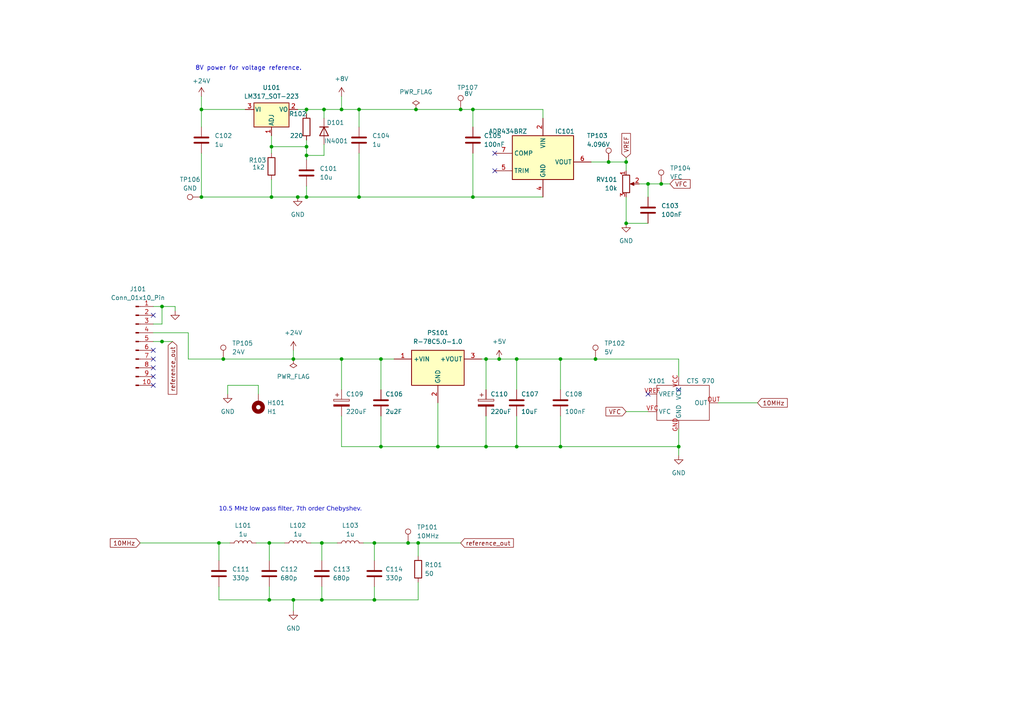
<source format=kicad_sch>
(kicad_sch (version 20230121) (generator eeschema)
  (paper "A4")
  (title_block (title "10MHz reference board for Philips counter PM6674") (company "Statsøkonomen"))
  (lib_symbols
    (symbol "Connector:Conn_01x10_Pin" (pin_names (offset 1.016) hide)
      (property "Reference" "J" (at 0 12.7 0))
      (property "Value" "Conn_01x10_Pin" (at 0 -15.24 0))
      (symbol "Conn_01x10_Pin_1_1"
        (polyline (pts (xy 1.27 -12.7) (xy 0.8636 -12.7)) (stroke (width 0.1524)))
        (polyline (pts (xy 1.27 -10.16) (xy 0.8636 -10.16)) (stroke (width 0.1524)))
        (polyline (pts (xy 1.27 -7.62) (xy 0.8636 -7.62)) (stroke (width 0.1524)))
        (polyline (pts (xy 1.27 -5.08) (xy 0.8636 -5.08)) (stroke (width 0.1524)))
        (polyline (pts (xy 1.27 -2.54) (xy 0.8636 -2.54)) (stroke (width 0.1524)))
        (polyline (pts (xy 1.27 0) (xy 0.8636 0)) (stroke (width 0.1524)))
        (polyline (pts (xy 1.27 2.54) (xy 0.8636 2.54)) (stroke (width 0.1524)))
        (polyline (pts (xy 1.27 5.08) (xy 0.8636 5.08)) (stroke (width 0.1524)))
        (polyline (pts (xy 1.27 7.62) (xy 0.8636 7.62)) (stroke (width 0.1524)))
        (polyline (pts (xy 1.27 10.16) (xy 0.8636 10.16)) (stroke (width 0.1524)))
        (rectangle (start 0.8636 -12.573) (end 0 -12.827) (stroke (width 0.1524)) (fill (type outline)))
        (rectangle (start 0.8636 -10.033) (end 0 -10.287) (stroke (width 0.1524)) (fill (type outline)))
        (rectangle (start 0.8636 -7.493) (end 0 -7.747) (stroke (width 0.1524)) (fill (type outline)))
        (rectangle (start 0.8636 -4.953) (end 0 -5.207) (stroke (width 0.1524)) (fill (type outline)))
        (rectangle (start 0.8636 -2.413) (end 0 -2.667) (stroke (width 0.1524)) (fill (type outline)))
        (rectangle (start 0.8636 0.127) (end 0 -0.127) (stroke (width 0.1524)) (fill (type outline)))
        (rectangle (start 0.8636 2.667) (end 0 2.413) (stroke (width 0.1524)) (fill (type outline)))
        (rectangle (start 0.8636 5.207) (end 0 4.953) (stroke (width 0.1524)) (fill (type outline)))
        (rectangle (start 0.8636 7.747) (end 0 7.493) (stroke (width 0.1524)) (fill (type outline)))
        (rectangle (start 0.8636 10.287) (end 0 10.033) (stroke (width 0.1524)) (fill (type outline)))
        (pin passive line (at 5.08 10.16 180) (length 3.81) (name "Pin_1") (number "1"))
        (pin passive line (at 5.08 -12.7 180) (length 3.81) (name "Pin_10") (number "10"))
        (pin passive line (at 5.08 7.62 180) (length 3.81) (name "Pin_2") (number "2"))
        (pin passive line (at 5.08 5.08 180) (length 3.81) (name "Pin_3") (number "3"))
        (pin passive line (at 5.08 2.54 180) (length 3.81) (name "Pin_4") (number "4"))
        (pin passive line (at 5.08 0 180) (length 3.81) (name "Pin_5") (number "5"))
        (pin passive line (at 5.08 -2.54 180) (length 3.81) (name "Pin_6") (number "6"))
        (pin passive line (at 5.08 -5.08 180) (length 3.81) (name "Pin_7") (number "7"))
        (pin passive line (at 5.08 -7.62 180) (length 3.81) (name "Pin_8") (number "8"))
        (pin passive line (at 5.08 -10.16 180) (length 3.81) (name "Pin_9") (number "9"))
      )
    )
    (symbol "Connector:TestPoint" (pin_numbers hide) (pin_names (offset 0.762) hide)
      (property "Reference" "TP" (at 0 6.858 0))
      (property "Value" "TestPoint" (at 0 5.08 0))
      (symbol "TestPoint_0_1"
        (circle (center 0 3.302) (radius 0.762))
      )
      (symbol "TestPoint_1_1"
        (pin passive line (at 0 0 90) (length 2.54) (name "1") (number "1"))
      )
    )
    (symbol "Device:C" (pin_numbers hide) (pin_names (offset 0.254))
      (property "Reference" "C" (at 0.635 2.54 0))
      (property "Value" "C" (at 0.635 -2.54 0))
      (symbol "C_0_1"
        (polyline (pts (xy -2.032 -0.762) (xy 2.032 -0.762)) (stroke (width 0.508)))
        (polyline (pts (xy -2.032 0.762) (xy 2.032 0.762)) (stroke (width 0.508)))
      )
      (symbol "C_1_1"
        (pin passive line (at 0 3.81 270) (length 2.794) (name "~") (number "1"))
        (pin passive line (at 0 -3.81 90) (length 2.794) (name "~") (number "2"))
      )
    )
    (symbol "Device:C_Polarized" (pin_numbers hide) (pin_names (offset 0.254))
      (property "Reference" "C" (at 0.635 2.54 0))
      (property "Value" "C_Polarized" (at 0.635 -2.54 0))
      (symbol "C_Polarized_0_1"
        (rectangle (start -2.286 0.508) (end 2.286 1.016))
        (polyline (pts (xy -1.778 2.286) (xy -0.762 2.286)))
        (polyline (pts (xy -1.27 2.794) (xy -1.27 1.778)))
        (rectangle (start 2.286 -0.508) (end -2.286 -1.016) (fill (type outline)))
      )
      (symbol "C_Polarized_1_1"
        (pin passive line (at 0 3.81 270) (length 2.794) (name "~") (number "1"))
        (pin passive line (at 0 -3.81 90) (length 2.794) (name "~") (number "2"))
      )
    )
    (symbol "Device:D" (pin_numbers hide) (pin_names (offset 1.016) hide)
      (property "Reference" "D" (at 0 2.54 0))
      (property "Value" "D" (at 0 -2.54 0))
      (symbol "D_0_1"
        (polyline (pts (xy -1.27 1.27) (xy -1.27 -1.27)) (stroke (width 0.254)))
        (polyline (pts (xy 1.27 0) (xy -1.27 0)))
        (polyline (pts (xy 1.27 1.27) (xy 1.27 -1.27) (xy -1.27 0) (xy 1.27 1.27)) (stroke (width 0.254)))
      )
      (symbol "D_1_1"
        (pin passive line (at -3.81 0 0) (length 2.54) (name "K") (number "1"))
        (pin passive line (at 3.81 0 180) (length 2.54) (name "A") (number "2"))
      )
    )
    (symbol "Device:L" (pin_numbers hide) (pin_names (offset 1.016) hide)
      (property "Reference" "L" (at -1.27 0 90))
      (property "Value" "L" (at 1.905 0 90))
      (symbol "L_0_1"
        (arc (start 0 -2.54) (mid 0.6323 -1.905) (end 0 -1.27))
        (arc (start 0 -1.27) (mid 0.6323 -0.635) (end 0 0))
        (arc (start 0 0) (mid 0.6323 0.635) (end 0 1.27))
        (arc (start 0 1.27) (mid 0.6323 1.905) (end 0 2.54))
      )
      (symbol "L_1_1"
        (pin passive line (at 0 3.81 270) (length 1.27) (name "1") (number "1"))
        (pin passive line (at 0 -3.81 90) (length 1.27) (name "2") (number "2"))
      )
    )
    (symbol "Device:R" (pin_numbers hide) (pin_names (offset 0))
      (property "Reference" "R" (at 2.032 0 90))
      (property "Value" "R" (at 0 0 90))
      (symbol "R_0_1"
        (rectangle (start -1.016 -2.54) (end 1.016 2.54) (stroke (width 0.254)))
      )
      (symbol "R_1_1"
        (pin passive line (at 0 3.81 270) (length 1.27) (name "~") (number "1"))
        (pin passive line (at 0 -3.81 90) (length 1.27) (name "~") (number "2"))
      )
    )
    (symbol "Device:R_Potentiometer" (pin_names (offset 1.016) hide)
      (property "Reference" "RV" (at -4.445 0 90))
      (property "Value" "R_Potentiometer" (at -2.54 0 90))
      (symbol "R_Potentiometer_0_1"
        (polyline (pts (xy 2.54 0) (xy 1.524 0)))
        (polyline (pts (xy 1.143 0) (xy 2.286 0.508) (xy 2.286 -0.508) (xy 1.143 0)) (fill (type outline)))
        (rectangle (start 1.016 2.54) (end -1.016 -2.54) (stroke (width 0.254)))
      )
      (symbol "R_Potentiometer_1_1"
        (pin passive line (at 0 3.81 270) (length 1.27) (name "1") (number "1"))
        (pin passive line (at 3.81 0 180) (length 1.27) (name "2") (number "2"))
        (pin passive line (at 0 -3.81 90) (length 1.27) (name "3") (number "3"))
      )
    )
    (symbol "Mechanical:MountingHole_Pad" (pin_numbers hide) (pin_names (offset 1.016) hide)
      (property "Reference" "H" (at 0 6.35 0))
      (property "Value" "MountingHole_Pad" (at 0 4.445 0))
      (symbol "MountingHole_Pad_0_1"
        (circle (center 0 1.27) (radius 1.27) (stroke (width 1.27)))
      )
      (symbol "MountingHole_Pad_1_1"
        (pin input line (at 0 -2.54 90) (length 2.54) (name "1") (number "1"))
      )
    )
    (symbol "Regulator_Linear:LM317_SOT-223" (pin_names (offset 0.254))
      (property "Reference" "U" (at -3.81 3.175 0))
      (property "Value" "LM317_SOT-223" (at 0 3.175 0))
      (symbol "LM317_SOT-223_0_1"
        (rectangle (start -5.08 1.905) (end 5.08 -5.08) (stroke (width 0.254)) (fill (type background)))
      )
      (symbol "LM317_SOT-223_1_1"
        (pin input line (at 0 -7.62 90) (length 2.54) (name "ADJ") (number "1"))
        (pin power_out line (at 7.62 0 180) (length 2.54) (name "VO") (number "2"))
        (pin power_in line (at -7.62 0 0) (length 2.54) (name "VI") (number "3"))
      )
    )
    (symbol "lb3th:ADR434BRZ"
      (property "Reference" "IC" (at 24.13 7.62 0))
      (property "Value" "ADR434BRZ" (at 24.13 5.08 0))
      (symbol "ADR434BRZ_1_1"
        (rectangle (start 5.08 2.54) (end 22.86 -10.16) (stroke (width 0.254)) (fill (type background)))
        (pin passive line (at 0 0 0) (length 5.08) hide (name "TP_1") (number "1"))
        (pin power_in line (at 13.97 7.62 270) (length 5.08) (name "VIN") (number "2"))
        (pin no_connect line (at 0 -5.08 0) (length 5.08) hide (name "NIC") (number "3"))
        (pin power_in line (at 13.97 -15.24 90) (length 5.08) (name "GND") (number "4"))
        (pin passive line (at 0 -7.62 0) (length 5.08) (name "TRIM") (number "5"))
        (pin passive line (at 27.94 -5.08 180) (length 5.08) (name "VOUT") (number "6"))
        (pin passive line (at 0 -2.54 0) (length 5.08) (name "COMP") (number "7"))
        (pin passive line (at 27.94 0 180) (length 5.08) hide (name "TP_2") (number "8"))
      )
    )
    (symbol "lb3th:CTS1950017"
      (property "Reference" "X" (at 2.54 3.81 0))
      (symbol "CTS1950017_0_1"
        (rectangle (start -6.35 2.54) (end 8.89 -7.62))
      )
      (symbol "CTS1950017_1_1"
        (pin passive line (at 0 -10.16 90) (length 2.54) (name "GND") (number "GND"))
        (pin output line (at 11.43 -2.54 180) (length 2.54) (name "OUT") (number "OUT"))
        (pin power_in line (at 0 5.08 270) (length 2.54) (name "VCC") (number "VCC"))
        (pin input line (at -8.89 -5.08 0) (length 2.54) (name "VFC") (number "VFC"))
        (pin output line (at -8.89 0 0) (length 2.54) (name "VREF") (number "VREF"))
      )
    )
    (symbol "lb3th:R-78C5.0-1.0"
      (property "Reference" "PS" (at 21.59 7.62 0))
      (property "Value" "R-78C5.0-1.0" (at 21.59 5.08 0))
      (symbol "R-78C5.0-1.0_1_1"
        (rectangle (start 5.08 2.54) (end 20.32 -7.62) (stroke (width 0.254)) (fill (type background)))
        (pin power_in line (at 0 0 0) (length 5.08) (name "+VIN") (number "1"))
        (pin power_out line (at 12.7 -12.7 90) (length 5.08) (name "GND") (number "2"))
        (pin power_out line (at 25.4 0 180) (length 5.08) (name "+VOUT") (number "3"))
      )
    )
    (symbol "power:+24V" (power) (pin_names (offset 0))
      (property "Value" "+24V" (at 0 3.556 0))
      (symbol "+24V_0_1"
        (polyline (pts (xy -0.762 1.27) (xy 0 2.54)))
        (polyline (pts (xy 0 0) (xy 0 2.54)))
        (polyline (pts (xy 0 2.54) (xy 0.762 1.27)))
      )
      (symbol "+24V_1_1"
        (pin power_in line (at 0 0 90) (length 0) hide (name "+24V") (number "1"))
      )
    )
    (symbol "power:+5V" (power) (pin_names (offset 0))
      (property "Value" "+5V" (at 0 3.556 0))
      (symbol "+5V_0_1"
        (polyline (pts (xy -0.762 1.27) (xy 0 2.54)))
        (polyline (pts (xy 0 0) (xy 0 2.54)))
        (polyline (pts (xy 0 2.54) (xy 0.762 1.27)))
      )
      (symbol "+5V_1_1"
        (pin power_in line (at 0 0 90) (length 0) hide (name "+5V") (number "1"))
      )
    )
    (symbol "power:+8V" (power) (pin_names (offset 0))
      (property "Value" "+8V" (at 0 3.556 0))
      (symbol "+8V_0_1"
        (polyline (pts (xy -0.762 1.27) (xy 0 2.54)))
        (polyline (pts (xy 0 0) (xy 0 2.54)))
        (polyline (pts (xy 0 2.54) (xy 0.762 1.27)))
      )
      (symbol "+8V_1_1"
        (pin power_in line (at 0 0 90) (length 0) hide (name "+8V") (number "1"))
      )
    )
    (symbol "power:GND" (power) (pin_names (offset 0))
      (property "Value" "GND" (at 0 -3.81 0))
      (symbol "GND_0_1"
        (polyline (pts (xy 0 0) (xy 0 -1.27) (xy 1.27 -1.27) (xy 0 -2.54) (xy -1.27 -1.27) (xy 0 -1.27)))
      )
      (symbol "GND_1_1"
        (pin power_in line (at 0 0 270) (length 0) hide (name "GND") (number "1"))
      )
    )
    (symbol "power:PWR_FLAG" (power) (pin_numbers hide) (pin_names (offset 0) hide)
      (property "Value" "PWR_FLAG" (at 0 3.81 0))
      (symbol "PWR_FLAG_0_0"
        (pin power_out line (at 0 0 90) (length 0) (name "pwr") (number "1"))
      )
      (symbol "PWR_FLAG_0_1"
        (polyline (pts (xy 0 0) (xy 0 1.27) (xy -1.016 1.905) (xy 0 2.54) (xy 1.016 1.905) (xy 0 1.27)))
      )
    )
  )
  (junction (at 162.56 104.14))
  (junction (at 149.86 104.14))
  (junction (at 140.97 129.54))
  (junction (at 46.99 88.9))
  (junction (at 181.61 46.99))
  (junction (at 196.85 129.54))
  (junction (at 58.42 57.15))
  (junction (at 78.74 57.15))
  (junction (at 78.105 157.48))
  (junction (at 187.96 53.34))
  (junction (at 104.14 31.75))
  (junction (at 104.14 57.15))
  (junction (at 181.61 64.77))
  (junction (at 162.56 129.54))
  (junction (at 46.99 99.06))
  (junction (at 58.42 31.75))
  (junction (at 64.77 104.14))
  (junction (at 133.604 31.75))
  (junction (at 108.585 157.48))
  (junction (at 137.16 31.75))
  (junction (at 88.9 31.75))
  (junction (at 144.78 104.14))
  (junction (at 88.9 42.545))
  (junction (at 149.86 129.54))
  (junction (at 140.97 104.14))
  (junction (at 108.585 173.99))
  (junction (at 176.53 46.99))
  (junction (at 88.9 45.085))
  (junction (at 78.74 42.545))
  (junction (at 110.49 104.14))
  (junction (at 78.105 173.99))
  (junction (at 88.9 57.15))
  (junction (at 137.16 57.15))
  (junction (at 110.49 129.54))
  (junction (at 99.06 104.14))
  (junction (at 120.65 31.75))
  (junction (at 63.5 157.48))
  (junction (at 99.06 31.75))
  (junction (at 191.77 53.34))
  (junction (at 93.98 31.75))
  (junction (at 85.09 104.14))
  (junction (at 172.72 104.14))
  (junction (at 86.36 57.15))
  (junction (at 93.345 173.99))
  (junction (at 85.09 173.99))
  (junction (at 93.345 157.48))
  (junction (at 127 129.54))
  (junction (at 121.285 157.48))
  (junction (at 118.364 157.48))
  (no_connect (at 44.45 91.44))
  (no_connect (at 44.45 104.14))
  (no_connect (at 44.45 106.68))
  (no_connect (at 143.51 44.45))
  (no_connect (at 44.45 111.76))
  (no_connect (at 196.85 113.03))
  (no_connect (at 44.45 109.22))
  (no_connect (at 143.51 49.53))
  (no_connect (at 187.96 114.3))
  (no_connect (at 44.45 101.6))
  (wire (pts (xy 88.9 57.15) (xy 104.14 57.15)))
  (wire (pts (xy 99.06 104.14) (xy 99.06 113.03)))
  (wire (pts (xy 63.5 157.48) (xy 63.5 162.56)))
  (wire (pts (xy 44.45 93.98) (xy 46.99 93.98)))
  (wire (pts (xy 93.345 157.48) (xy 93.345 162.56)))
  (wire (pts (xy 78.74 39.37) (xy 78.74 42.545)))
  (wire (pts (xy 127 116.84) (xy 127 129.54)))
  (wire (pts (xy 88.9 53.975) (xy 88.9 57.15)))
  (wire (pts (xy 99.06 104.14) (xy 110.49 104.14)))
  (wire (pts (xy 133.604 31.75) (xy 137.16 31.75)))
  (wire (pts (xy 58.42 31.75) (xy 71.12 31.75)))
  (wire (pts (xy 99.06 129.54) (xy 110.49 129.54)))
  (wire (pts (xy 181.61 57.15) (xy 181.61 64.77)))
  (wire (pts (xy 121.285 168.91) (xy 121.285 173.99)))
  (wire (pts (xy 121.285 173.99) (xy 108.585 173.99)))
  (wire (pts (xy 99.06 31.75) (xy 104.14 31.75)))
  (wire (pts (xy 54.61 104.14) (xy 54.61 96.52)))
  (wire (pts (xy 140.97 113.03) (xy 140.97 104.14)))
  (wire (pts (xy 121.285 157.48) (xy 133.604 157.48)))
  (wire (pts (xy 137.16 31.75) (xy 157.48 31.75)))
  (wire (pts (xy 74.93 114.3) (xy 74.93 111.76)))
  (wire (pts (xy 78.105 170.18) (xy 78.105 173.99)))
  (wire (pts (xy 157.48 34.29) (xy 157.48 31.75)))
  (wire (pts (xy 46.99 88.9) (xy 50.8 88.9)))
  (wire (pts (xy 93.98 41.91) (xy 93.98 45.085)))
  (wire (pts (xy 93.98 31.75) (xy 88.9 31.75)))
  (wire (pts (xy 137.16 44.45) (xy 137.16 57.15)))
  (wire (pts (xy 162.56 120.65) (xy 162.56 129.54)))
  (wire (pts (xy 185.42 53.34) (xy 187.96 53.34)))
  (wire (pts (xy 93.98 45.085) (xy 88.9 45.085)))
  (wire (pts (xy 108.585 173.99) (xy 108.585 170.18)))
  (wire (pts (xy 181.61 45.72) (xy 181.61 46.99)))
  (wire (pts (xy 149.86 129.54) (xy 162.56 129.54)))
  (wire (pts (xy 110.49 129.54) (xy 127 129.54)))
  (wire (pts (xy 118.364 157.48) (xy 108.585 157.48)))
  (wire (pts (xy 90.17 157.48) (xy 93.345 157.48)))
  (wire (pts (xy 93.98 31.75) (xy 99.06 31.75)))
  (wire (pts (xy 88.9 33.02) (xy 88.9 31.75)))
  (wire (pts (xy 78.74 52.07) (xy 78.74 57.15)))
  (wire (pts (xy 86.36 31.75) (xy 88.9 31.75)))
  (wire (pts (xy 181.61 119.38) (xy 187.96 119.38)))
  (wire (pts (xy 66.04 111.76) (xy 74.93 111.76)))
  (wire (pts (xy 93.345 173.99) (xy 108.585 173.99)))
  (wire (pts (xy 140.97 104.14) (xy 144.78 104.14)))
  (wire (pts (xy 162.56 104.14) (xy 162.56 113.03)))
  (wire (pts (xy 78.105 157.48) (xy 78.105 162.56)))
  (wire (pts (xy 110.49 120.65) (xy 110.49 129.54)))
  (wire (pts (xy 93.98 34.29) (xy 93.98 31.75)))
  (wire (pts (xy 171.45 46.99) (xy 176.53 46.99)))
  (wire (pts (xy 93.345 157.48) (xy 97.79 157.48)))
  (wire (pts (xy 196.85 129.54) (xy 196.85 132.08)))
  (wire (pts (xy 191.77 53.34) (xy 194.31 53.34)))
  (wire (pts (xy 85.09 173.99) (xy 85.09 177.165)))
  (wire (pts (xy 46.99 93.98) (xy 46.99 88.9)))
  (wire (pts (xy 50.038 99.06) (xy 46.99 99.06)))
  (wire (pts (xy 58.42 44.45) (xy 58.42 57.15)))
  (wire (pts (xy 88.9 45.085) (xy 88.9 46.355)))
  (wire (pts (xy 86.36 57.15) (xy 88.9 57.15)))
  (wire (pts (xy 137.16 36.83) (xy 137.16 31.75)))
  (wire (pts (xy 44.45 88.9) (xy 46.99 88.9)))
  (wire (pts (xy 58.42 27.94) (xy 58.42 31.75)))
  (wire (pts (xy 64.77 104.14) (xy 85.09 104.14)))
  (wire (pts (xy 88.9 40.64) (xy 88.9 42.545)))
  (wire (pts (xy 176.53 46.99) (xy 181.61 46.99)))
  (wire (pts (xy 149.86 120.65) (xy 149.86 129.54)))
  (wire (pts (xy 58.42 57.15) (xy 78.74 57.15)))
  (wire (pts (xy 44.45 99.06) (xy 46.99 99.06)))
  (wire (pts (xy 78.74 42.545) (xy 78.74 44.45)))
  (wire (pts (xy 139.7 104.14) (xy 140.97 104.14)))
  (wire (pts (xy 208.28 116.84) (xy 219.71 116.84)))
  (wire (pts (xy 85.09 101.6) (xy 85.09 104.14)))
  (wire (pts (xy 63.5 173.99) (xy 78.105 173.99)))
  (wire (pts (xy 93.345 170.18) (xy 93.345 173.99)))
  (wire (pts (xy 162.56 104.14) (xy 172.72 104.14)))
  (wire (pts (xy 172.72 104.14) (xy 196.85 104.14)))
  (wire (pts (xy 121.285 157.48) (xy 118.364 157.48)))
  (wire (pts (xy 78.74 42.545) (xy 88.9 42.545)))
  (wire (pts (xy 63.5 157.48) (xy 66.675 157.48)))
  (wire (pts (xy 50.8 88.9) (xy 50.8 90.17)))
  (wire (pts (xy 110.49 104.14) (xy 114.3 104.14)))
  (wire (pts (xy 85.09 104.14) (xy 99.06 104.14)))
  (wire (pts (xy 99.06 31.75) (xy 99.06 27.94)))
  (wire (pts (xy 63.5 170.18) (xy 63.5 173.99)))
  (wire (pts (xy 110.49 104.14) (xy 110.49 113.03)))
  (wire (pts (xy 46.99 99.06) (xy 46.99 99.314)))
  (wire (pts (xy 120.65 31.75) (xy 133.604 31.75)))
  (wire (pts (xy 149.86 104.14) (xy 149.86 113.03)))
  (wire (pts (xy 78.105 157.48) (xy 82.55 157.48)))
  (wire (pts (xy 104.14 57.15) (xy 137.16 57.15)))
  (wire (pts (xy 108.585 157.48) (xy 108.585 162.56)))
  (wire (pts (xy 54.61 104.14) (xy 64.77 104.14)))
  (wire (pts (xy 144.78 104.14) (xy 149.86 104.14)))
  (wire (pts (xy 187.96 53.34) (xy 191.77 53.34)))
  (wire (pts (xy 74.295 157.48) (xy 78.105 157.48)))
  (wire (pts (xy 104.14 44.45) (xy 104.14 57.15)))
  (wire (pts (xy 40.64 157.48) (xy 63.5 157.48)))
  (wire (pts (xy 196.85 124.46) (xy 196.85 129.54)))
  (wire (pts (xy 181.61 64.77) (xy 187.96 64.77)))
  (wire (pts (xy 54.61 96.52) (xy 44.45 96.52)))
  (wire (pts (xy 140.97 120.65) (xy 140.97 129.54)))
  (wire (pts (xy 58.42 31.75) (xy 58.42 36.83)))
  (wire (pts (xy 99.06 120.65) (xy 99.06 129.54)))
  (wire (pts (xy 181.61 46.99) (xy 181.61 49.53)))
  (wire (pts (xy 104.14 31.75) (xy 104.14 36.83)))
  (wire (pts (xy 105.41 157.48) (xy 108.585 157.48)))
  (wire (pts (xy 187.96 53.34) (xy 187.96 57.15)))
  (wire (pts (xy 66.04 111.76) (xy 66.04 114.3)))
  (wire (pts (xy 162.56 129.54) (xy 196.85 129.54)))
  (wire (pts (xy 88.9 42.545) (xy 88.9 45.085)))
  (wire (pts (xy 104.14 31.75) (xy 120.65 31.75)))
  (wire (pts (xy 78.74 57.15) (xy 86.36 57.15)))
  (wire (pts (xy 137.16 57.15) (xy 157.48 57.15)))
  (wire (pts (xy 78.105 173.99) (xy 85.09 173.99)))
  (wire (pts (xy 85.09 173.99) (xy 93.345 173.99)))
  (wire (pts (xy 127 129.54) (xy 140.97 129.54)))
  (wire (pts (xy 149.86 104.14) (xy 162.56 104.14)))
  (wire (pts (xy 196.85 104.14) (xy 196.85 109.22)))
  (wire (pts (xy 121.285 161.29) (xy 121.285 157.48)))
  (wire (pts (xy 140.97 129.54) (xy 149.86 129.54)))
  (text "10.5 MHz low pass filter, 7th order Chebyshev." (at 63.5 148.844 0) (effects (font (size 1.27 1.27)) (justify left bottom)))
  (text "8V power for voltage reference." (at 56.642 20.574 0) (effects (font (size 1.27 1.27)) (justify left bottom)))
  (global_label "10MHz" (shape input) (at 40.64 157.48 180) (property "Intersheetrefs" "${INTERSHEET_REFS}" (effects hide)))
  (global_label "VFC" (shape input) (at 194.31 53.34 0) (property "Intersheetrefs" "${INTERSHEET_REFS}" (effects hide)))
  (global_label "VREF" (shape input) (at 181.61 45.72 90) (property "Intersheetrefs" "${INTERSHEET_REFS}" (effects hide)))
  (global_label "10MHz" (shape input) (at 219.71 116.84 0) (property "Intersheetrefs" "${INTERSHEET_REFS}" (effects hide)))
  (global_label "reference_out" (shape input) (at 133.604 157.48 0) (property "Intersheetrefs" "${INTERSHEET_REFS}" (effects hide)))
  (global_label "VFC" (shape input) (at 181.61 119.38 180) (property "Intersheetrefs" "${INTERSHEET_REFS}" (effects hide)))
  (global_label "reference_out" (shape input) (at 50.038 99.06 270) (property "Intersheetrefs" "${INTERSHEET_REFS}" (effects hide)))
  (symbol (lib_id "Device:C") (at 58.42 40.64 0) (unit 1)
    (property "Reference" "C102" (at 62.23 39.37 0) (effects (justify left)))
    (property "Value" "1u" (at 62.23 41.91 0) (effects (justify left)))
    (property "Footprint" "Capacitor_SMD:C_0805_2012Metric" (effects hide))
  )
  (symbol (lib_id "Device:C") (at 110.49 116.84 0) (unit 1)
    (property "Reference" "C106" (at 111.76 114.3 0) (effects (justify left)))
    (property "Value" "2u2F" (at 111.76 119.38 0) (effects (justify left)))
    (property "Footprint" "Capacitor_SMD:C_0805_2012Metric" (effects hide))
  )
  (symbol (lib_id "Connector:TestPoint") (at 64.77 104.14 0) (unit 1)
    (property "Reference" "TP105" (at 67.31 99.568 0) (effects (justify left)))
    (property "Value" "24V" (at 67.31 102.108 0) (effects (justify left)))
    (property "Footprint" "Connector_PinHeader_2.54mm:PinHeader_1x01_P2.54mm_Vertical" (effects hide))
  )
  (symbol (lib_id "Connector:TestPoint") (at 191.77 53.34 0) (unit 1)
    (property "Reference" "TP104" (at 194.31 48.768 0) (effects (justify left)))
    (property "Value" "VFC" (at 194.31 51.308 0) (effects (justify left)))
    (property "Footprint" "Connector_PinHeader_2.54mm:PinHeader_1x01_P2.54mm_Vertical" (effects hide))
  )
  (symbol (lib_id "Connector:TestPoint") (at 118.364 157.48 0) (unit 1)
    (property "Reference" "TP101" (at 120.904 152.908 0) (effects (justify left)))
    (property "Value" "10MHz" (at 120.904 155.448 0) (effects (justify left)))
    (property "Footprint" "Connector_PinHeader_2.54mm:PinHeader_1x01_P2.54mm_Vertical" (effects hide))
  )
  (symbol (lib_id "Device:C") (at 162.56 116.84 0) (unit 1)
    (property "Reference" "C108" (at 163.83 114.3 0) (effects (justify left)))
    (property "Value" "100nF" (at 163.83 119.38 0) (effects (justify left)))
    (property "Footprint" "Capacitor_SMD:C_0805_2012Metric" (effects hide))
  )
  (symbol (lib_id "Device:C") (at 88.9 50.165 0) (unit 1)
    (property "Reference" "C101" (at 92.71 48.895 0) (effects (justify left)))
    (property "Value" "10u" (at 92.71 51.435 0) (effects (justify left)))
    (property "Footprint" "Capacitor_SMD:C_0805_2012Metric" (effects hide))
  )
  (symbol (lib_id "Device:C") (at 104.14 40.64 0) (unit 1)
    (property "Reference" "C104" (at 107.95 39.37 0) (effects (justify left)))
    (property "Value" "1u" (at 107.95 41.91 0) (effects (justify left)))
    (property "Footprint" "Capacitor_SMD:C_0805_2012Metric" (effects hide))
  )
  (symbol (lib_id "power:PWR_FLAG") (at 120.65 31.75 0) (unit 1)
    (property "Reference" "#FLG0104" (effects hide))
    (property "Value" "PWR_FLAG" (at 120.65 26.67 0))
  )
  (symbol (lib_id "power:PWR_FLAG") (at 85.09 104.14 180) (unit 1)
    (property "Reference" "#FLG0102" (effects hide))
    (property "Value" "PWR_FLAG" (at 85.09 109.22 0))
  )
  (symbol (lib_id "Device:C") (at 78.105 166.37 0) (unit 1)
    (property "Reference" "C112" (at 81.28 165.1 0) (effects (justify left)))
    (property "Value" "680p" (at 81.28 167.64 0) (effects (justify left)))
    (property "Footprint" "Capacitor_SMD:C_0805_2012Metric" (effects hide))
  )
  (symbol (lib_id "Connector:TestPoint") (at 133.604 31.75 0) (unit 1)
    (property "Reference" "TP107" (at 132.588 25.4 0) (effects (justify left)))
    (property "Value" "8V" (at 134.62 27.178 0) (effects (justify left)))
    (property "Footprint" "Connector_PinHeader_2.54mm:PinHeader_1x01_P2.54mm_Vertical" (effects hide))
  )
  (symbol (lib_id "power:GND") (at 181.61 64.77 0) (unit 1)
    (property "Reference" "#PWR0106" (effects hide))
    (property "Value" "GND" (at 181.61 69.85 0))
  )
  (symbol (lib_id "Device:R") (at 88.9 36.83 0) (unit 1)
    (property "Reference" "R102" (at 83.82 33.02 0) (effects (justify left)))
    (property "Value" "220" (at 84.074 39.37 0) (effects (justify left)))
    (property "Footprint" "Resistor_SMD:R_0805_2012Metric" (effects hide))
  )
  (symbol (lib_id "Connector:TestPoint") (at 172.72 104.14 0) (unit 1)
    (property "Reference" "TP102" (at 175.26 99.568 0) (effects (justify left)))
    (property "Value" "5V" (at 175.26 102.108 0) (effects (justify left)))
    (property "Footprint" "Connector_PinHeader_2.54mm:PinHeader_1x01_P2.54mm_Vertical" (effects hide))
  )
  (symbol (lib_id "Connector:TestPoint") (at 176.53 46.99 0) (unit 1)
    (property "Reference" "TP103" (at 170.18 39.37 0) (effects (justify left)))
    (property "Value" "4.096V" (at 170.18 41.91 0) (effects (justify left)))
    (property "Footprint" "Connector_PinHeader_2.54mm:PinHeader_1x01_P2.54mm_Vertical" (effects hide))
  )
  (symbol (lib_id "Device:C") (at 93.345 166.37 0) (unit 1)
    (property "Reference" "C113" (at 96.52 165.1 0) (effects (justify left)))
    (property "Value" "680p" (at 96.52 167.64 0) (effects (justify left)))
    (property "Footprint" "Capacitor_SMD:C_0805_2012Metric" (effects hide))
  )
  (symbol (lib_id "power:GND") (at 196.85 132.08 0) (unit 1)
    (property "Reference" "#PWR0107" (effects hide))
    (property "Value" "GND" (at 196.85 137.16 0))
  )
  (symbol (lib_id "Device:C") (at 108.585 166.37 0) (unit 1)
    (property "Reference" "C114" (at 111.76 165.1 0) (effects (justify left)))
    (property "Value" "330p" (at 111.76 167.64 0) (effects (justify left)))
    (property "Footprint" "Capacitor_SMD:C_0805_2012Metric" (effects hide))
  )
  (symbol (lib_id "Device:D") (at 93.98 38.1 270) (unit 1)
    (property "Reference" "D101" (at 94.742 35.56 90) (effects (justify left)))
    (property "Value" "IN4001" (at 93.98 40.894 90) (effects (justify left)))
    (property "Footprint" "Diode_SMD:D_SOD-123F" (effects hide))
    (property "Sim.Device" "D" (effects hide))
    (property "Sim.Pins" "1=K 2=A" (effects hide))
  )
  (symbol (lib_id "Device:R_Potentiometer") (at 181.61 53.34 0) (unit 1)
    (property "Reference" "RV101" (at 179.07 52.07 0) (effects (justify right)))
    (property "Value" "10k" (at 179.07 54.61 0) (effects (justify right)))
    (property "Footprint" "lb3th:M64Y503KB40" (effects hide))
  )
  (symbol (lib_id "power:+5V") (at 144.78 104.14 0) (unit 1)
    (property "Reference" "#PWR0108" (effects hide))
    (property "Value" "+5V" (at 144.78 99.06 0))
  )
  (symbol (lib_id "power:GND") (at 50.8 90.17 0) (unit 1)
    (property "Reference" "#PWR0109" (effects hide))
    (property "Value" "GND" (effects hide))
  )
  (symbol (lib_id "lb3th:R-78C5.0-1.0") (at 114.3 104.14 0) (unit 1)
    (property "Reference" "PS101" (at 127 96.52 0))
    (property "Value" "R-78C5.0-1.0" (at 127 99.06 0))
    (property "Footprint" "lb3th:R78C1210" (effects hide))
    (property "Datasheet" "https://datasheet.datasheetarchive.com/originals/distributors/Datasheets_SAMA/60154287f0c60f665c9948fa7f4158a2.pdf" (effects hide))
    (property "Height" "10.65" (effects hide))
    (property "Mouser Part Number" "919-R-78C5.0-1.0" (effects hide))
    (property "Mouser Price/Stock" "https://www.mouser.co.uk/ProductDetail/RECOM-Power/R-78C5.0-1.0?qs=EsMNz%252BZdKWBUJglUubdWkA%3D%3D" (effects hide))
    (property "Manufacturer_Name" "RECOM Power" (effects hide))
    (property "Manufacturer_Part_Number" "R-78C5.0-1.0" (effects hide))
  )
  (symbol (lib_id "lb3th:CTS1950017") (at 196.85 114.3 0) (unit 1)
    (property "Reference" "X101" (at 190.5 110.49 0))
    (property "Value" "CTS 970" (at 203.2 110.49 0))
    (property "Footprint" "lb3th:CTS1960017" (effects hide))
  )
  (symbol (lib_id "power:GND") (at 85.09 177.165 0) (unit 1)
    (property "Reference" "#PWR0110" (effects hide))
    (property "Value" "GND" (at 85.09 182.245 0))
  )
  (symbol (lib_id "Connector:Conn_01x10_Pin") (at 39.37 99.06 0) (unit 1)
    (property "Reference" "J101" (at 40.005 83.82 0))
    (property "Value" "Conn_01x10_Pin" (at 40.005 86.36 0))
    (property "Footprint" "lb3th:Molex 22-14-2104" (effects hide))
  )
  (symbol (lib_id "Device:C") (at 137.16 40.64 0) (unit 1)
    (property "Reference" "C105" (at 140.335 39.37 0) (effects (justify left)))
    (property "Value" "100nF" (at 140.335 41.91 0) (effects (justify left)))
    (property "Footprint" "Capacitor_SMD:C_0805_2012Metric" (effects hide))
  )
  (symbol (lib_id "Device:C_Polarized") (at 99.06 116.84 0) (unit 1)
    (property "Reference" "C109" (at 100.33 114.3 0) (effects (justify left)))
    (property "Value" "220uF" (at 100.33 119.38 0) (effects (justify left)))
    (property "Footprint" "Capacitor_SMD:CP_Elec_8x10.5" (effects hide))
  )
  (symbol (lib_id "Device:C") (at 149.86 116.84 0) (unit 1)
    (property "Reference" "C107" (at 151.13 114.3 0) (effects (justify left)))
    (property "Value" "10uF" (at 151.13 119.38 0) (effects (justify left)))
    (property "Footprint" "Capacitor_SMD:C_0805_2012Metric" (effects hide))
  )
  (symbol (lib_id "Device:C") (at 187.96 60.96 0) (unit 1)
    (property "Reference" "C103" (at 191.77 59.69 0) (effects (justify left)))
    (property "Value" "100nF" (at 191.77 62.23 0) (effects (justify left)))
    (property "Footprint" "Capacitor_SMD:C_0805_2012Metric" (effects hide))
  )
  (symbol (lib_id "lb3th:ADR434BRZ") (at 143.51 41.91 0) (unit 1)
    (property "Reference" "IC101" (at 163.83 38.1 0))
    (property "Value" "ADR434BRZ" (at 147.32 38.1 0))
    (property "Footprint" "lb3th:SOIC127P600X175-8N" (effects hide))
    (property "Datasheet" "https://datasheet.datasheetarchive.com/originals/distributors/Datasheets-4/DSA-69584.pdf" (effects hide))
    (property "Height" "1.75" (effects hide))
    (property "Mouser Part Number" "584-ADR434BRZ" (effects hide))
    (property "Mouser Price/Stock" "https://www.mouser.co.uk/ProductDetail/Analog-Devices/ADR434BRZ?qs=WIvQP4zGanjX%2FJpuDd%2F1xw%3D%3D" (effects hide))
    (property "Manufacturer_Name" "Analog Devices" (effects hide))
    (property "Manufacturer_Part_Number" "ADR434BRZ" (effects hide))
  )
  (symbol (lib_id "Device:L") (at 101.6 157.48 90) (unit 1)
    (property "Reference" "L103" (at 101.6 152.4 90))
    (property "Value" "1u" (at 101.6 154.94 90))
    (property "Footprint" "Inductor_SMD:L_0805_2012Metric" (effects hide))
  )
  (symbol (lib_id "power:+24V") (at 85.09 101.6 0) (unit 1)
    (property "Reference" "#PWR0102" (effects hide))
    (property "Value" "+24V" (at 85.09 96.52 0))
  )
  (symbol (lib_id "Mechanical:MountingHole_Pad") (at 74.93 116.84 180) (unit 1)
    (property "Reference" "H101" (at 77.47 116.84 0) (effects (justify right)))
    (property "Value" "H1" (at 77.47 119.38 0) (effects (justify right)))
    (property "Footprint" "MountingHole:MountingHole_3.2mm_M3_DIN965_Pad_TopBottom" (effects hide))
  )
  (symbol (lib_id "power:+8V") (at 99.06 27.94 0) (unit 1)
    (property "Reference" "#PWR0105" (effects hide))
    (property "Value" "+8V" (at 99.06 22.86 0))
  )
  (symbol (lib_id "Device:C") (at 63.5 166.37 0) (unit 1)
    (property "Reference" "C111" (at 67.31 165.1 0) (effects (justify left)))
    (property "Value" "330p" (at 67.31 167.64 0) (effects (justify left)))
    (property "Footprint" "Capacitor_SMD:C_0805_2012Metric" (effects hide))
  )
  (symbol (lib_id "Connector:TestPoint") (at 58.42 57.15 90) (unit 1)
    (property "Reference" "TP106" (at 55.118 52.07 90))
    (property "Value" "GND" (at 55.118 54.61 90))
    (property "Footprint" "Connector_PinHeader_2.54mm:PinHeader_1x01_P2.54mm_Vertical" (effects hide))
  )
  (symbol (lib_id "Device:C_Polarized") (at 140.97 116.84 0) (unit 1)
    (property "Reference" "C110" (at 142.24 114.3 0) (effects (justify left)))
    (property "Value" "220uF" (at 142.24 119.38 0) (effects (justify left)))
    (property "Footprint" "Capacitor_SMD:CP_Elec_8x10.5" (effects hide))
  )
  (symbol (lib_id "Device:R") (at 78.74 48.26 0) (unit 1)
    (property "Reference" "R103" (at 72.136 46.482 0) (effects (justify left)))
    (property "Value" "1k2" (at 73.152 48.514 0) (effects (justify left)))
    (property "Footprint" "Resistor_SMD:R_0805_2012Metric" (effects hide))
  )
  (symbol (lib_id "power:+24V") (at 58.42 27.94 0) (unit 1)
    (property "Reference" "#PWR0104" (effects hide))
    (property "Value" "+24V" (at 58.42 23.495 0))
  )
  (symbol (lib_id "power:GND") (at 66.04 114.3 0) (unit 1)
    (property "Reference" "#PWR0101" (effects hide))
    (property "Value" "GND" (at 66.04 119.38 0))
  )
  (symbol (lib_id "Device:L") (at 86.36 157.48 90) (unit 1)
    (property "Reference" "L102" (at 86.36 152.4 90))
    (property "Value" "1u" (at 86.36 154.94 90))
    (property "Footprint" "Inductor_SMD:L_0805_2012Metric" (effects hide))
  )
  (symbol (lib_id "Device:R") (at 121.285 165.1 0) (unit 1)
    (property "Reference" "R101" (at 123.19 163.83 0) (effects (justify left)))
    (property "Value" "50" (at 123.19 166.37 0) (effects (justify left)))
    (property "Footprint" "Resistor_SMD:R_0805_2012Metric" (effects hide))
  )
  (symbol (lib_id "Regulator_Linear:LM317_SOT-223") (at 78.74 31.75 0) (unit 1)
    (property "Reference" "U101" (at 78.74 25.4 0))
    (property "Value" "LM317_SOT-223" (at 78.74 27.94 0))
    (property "Footprint" "Package_TO_SOT_SMD:SOT-223-3_TabPin2" (effects hide))
    (property "Datasheet" "http://www.ti.com/lit/ds/symlink/lm317.pdf" (effects hide))
  )
  (symbol (lib_id "power:GND") (at 86.36 57.15 0) (unit 1)
    (property "Reference" "#PWR0103" (effects hide))
    (property "Value" "GND" (at 86.36 62.23 0))
  )
  (symbol (lib_id "Device:L") (at 70.485 157.48 90) (unit 1)
    (property "Reference" "L101" (at 70.485 152.4 90))
    (property "Value" "1u" (at 70.485 154.94 90))
    (property "Footprint" "Inductor_SMD:L_0805_2012Metric" (effects hide))
  )
)
</source>
